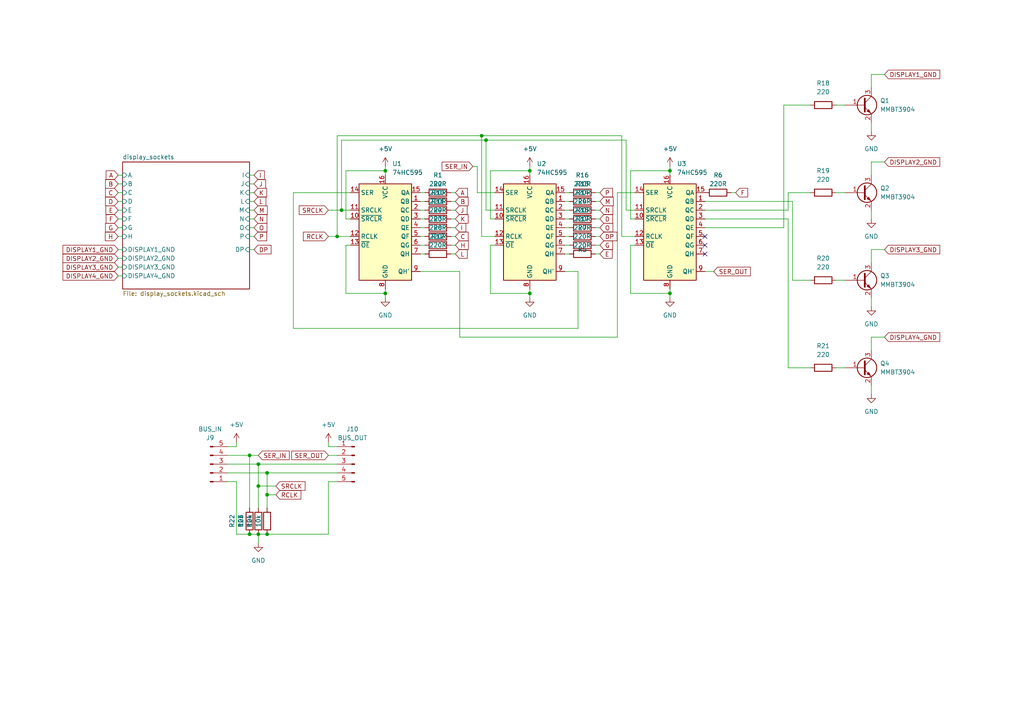
<source format=kicad_sch>
(kicad_sch (version 20230121) (generator eeschema)
  (paper "A4")
  (lib_symbols
    (symbol "74xx:74HC595"
      (property "Reference" "U" (at -7.62 13.97 0))
      (property "Value" "74HC595" (at -7.62 -16.51 0))
      (symbol "74HC595_1_0"
        (pin tri_state line (at 10.16 7.62 180) (length 2.54) (name "QB") (number "1"))
        (pin input line (at -10.16 2.54 0) (length 2.54) (name "~{SRCLR}") (number "10"))
        (pin input line (at -10.16 5.08 0) (length 2.54) (name "SRCLK") (number "11"))
        (pin input line (at -10.16 -2.54 0) (length 2.54) (name "RCLK") (number "12"))
        (pin input line (at -10.16 -5.08 0) (length 2.54) (name "~{OE}") (number "13"))
        (pin input line (at -10.16 10.16 0) (length 2.54) (name "SER") (number "14"))
        (pin tri_state line (at 10.16 10.16 180) (length 2.54) (name "QA") (number "15"))
        (pin power_in line (at 0 15.24 270) (length 2.54) (name "VCC") (number "16"))
        (pin tri_state line (at 10.16 5.08 180) (length 2.54) (name "QC") (number "2"))
        (pin tri_state line (at 10.16 2.54 180) (length 2.54) (name "QD") (number "3"))
        (pin tri_state line (at 10.16 0 180) (length 2.54) (name "QE") (number "4"))
        (pin tri_state line (at 10.16 -2.54 180) (length 2.54) (name "QF") (number "5"))
        (pin tri_state line (at 10.16 -5.08 180) (length 2.54) (name "QG") (number "6"))
        (pin tri_state line (at 10.16 -7.62 180) (length 2.54) (name "QH") (number "7"))
        (pin power_in line (at 0 -17.78 90) (length 2.54) (name "GND") (number "8"))
        (pin output line (at 10.16 -12.7 180) (length 2.54) (name "QH'") (number "9"))
      )
      (symbol "74HC595_1_1"
        (rectangle (start -7.62 12.7) (end 7.62 -15.24) (stroke (width 0.254)) (fill (type background)))
      )
    )
    (symbol "Connector:Conn_01x05_Pin" (pin_names (offset 1.016) hide)
      (property "Reference" "J" (at 0 7.62 0))
      (property "Value" "Conn_01x05_Pin" (at 0 -7.62 0))
      (symbol "Conn_01x05_Pin_1_1"
        (polyline (pts (xy 1.27 -5.08) (xy 0.8636 -5.08)) (stroke (width 0.1524)))
        (polyline (pts (xy 1.27 -2.54) (xy 0.8636 -2.54)) (stroke (width 0.1524)))
        (polyline (pts (xy 1.27 0) (xy 0.8636 0)) (stroke (width 0.1524)))
        (polyline (pts (xy 1.27 2.54) (xy 0.8636 2.54)) (stroke (width 0.1524)))
        (polyline (pts (xy 1.27 5.08) (xy 0.8636 5.08)) (stroke (width 0.1524)))
        (rectangle (start 0.8636 -4.953) (end 0 -5.207) (stroke (width 0.1524)) (fill (type outline)))
        (rectangle (start 0.8636 -2.413) (end 0 -2.667) (stroke (width 0.1524)) (fill (type outline)))
        (rectangle (start 0.8636 0.127) (end 0 -0.127) (stroke (width 0.1524)) (fill (type outline)))
        (rectangle (start 0.8636 2.667) (end 0 2.413) (stroke (width 0.1524)) (fill (type outline)))
        (rectangle (start 0.8636 5.207) (end 0 4.953) (stroke (width 0.1524)) (fill (type outline)))
        (pin passive line (at 5.08 5.08 180) (length 3.81) (name "Pin_1") (number "1"))
        (pin passive line (at 5.08 2.54 180) (length 3.81) (name "Pin_2") (number "2"))
        (pin passive line (at 5.08 0 180) (length 3.81) (name "Pin_3") (number "3"))
        (pin passive line (at 5.08 -2.54 180) (length 3.81) (name "Pin_4") (number "4"))
        (pin passive line (at 5.08 -5.08 180) (length 3.81) (name "Pin_5") (number "5"))
      )
    )
    (symbol "Device:R" (pin_numbers hide) (pin_names (offset 0))
      (property "Reference" "R" (at 2.032 0 90))
      (property "Value" "R" (at 0 0 90))
      (symbol "R_0_1"
        (rectangle (start -1.016 -2.54) (end 1.016 2.54) (stroke (width 0.254)))
      )
      (symbol "R_1_1"
        (pin passive line (at 0 3.81 270) (length 1.27) (name "~") (number "1"))
        (pin passive line (at 0 -3.81 90) (length 1.27) (name "~") (number "2"))
      )
    )
    (symbol "Transistor_BJT:MMBT3904" (pin_names (offset 0) hide)
      (property "Reference" "Q" (at 5.08 1.905 0))
      (property "Value" "MMBT3904" (at 5.08 0 0))
      (symbol "MMBT3904_0_1"
        (polyline (pts (xy 0.635 0.635) (xy 2.54 2.54)))
        (polyline (pts (xy 0.635 -0.635) (xy 2.54 -2.54) (xy 2.54 -2.54)))
        (polyline (pts (xy 0.635 1.905) (xy 0.635 -1.905) (xy 0.635 -1.905)) (stroke (width 0.508)))
        (polyline (pts (xy 1.27 -1.778) (xy 1.778 -1.27) (xy 2.286 -2.286) (xy 1.27 -1.778) (xy 1.27 -1.778)) (fill (type outline)))
        (circle (center 1.27 0) (radius 2.8194) (stroke (width 0.254)))
      )
      (symbol "MMBT3904_1_1"
        (pin input line (at -5.08 0 0) (length 5.715) (name "B") (number "1"))
        (pin passive line (at 2.54 -5.08 90) (length 2.54) (name "E") (number "2"))
        (pin passive line (at 2.54 5.08 270) (length 2.54) (name "C") (number "3"))
      )
    )
    (symbol "power:+5V" (power) (pin_names (offset 0))
      (property "Value" "+5V" (at 0 3.556 0))
      (symbol "+5V_0_1"
        (polyline (pts (xy -0.762 1.27) (xy 0 2.54)))
        (polyline (pts (xy 0 0) (xy 0 2.54)))
        (polyline (pts (xy 0 2.54) (xy 0.762 1.27)))
      )
      (symbol "+5V_1_1"
        (pin power_in line (at 0 0 90) (length 0) hide (name "+5V") (number "1"))
      )
    )
    (symbol "power:GND" (power) (pin_names (offset 0))
      (property "Value" "GND" (at 0 -3.81 0))
      (symbol "GND_0_1"
        (polyline (pts (xy 0 0) (xy 0 -1.27) (xy 1.27 -1.27) (xy 0 -2.54) (xy -1.27 -1.27) (xy 0 -1.27)))
      )
      (symbol "GND_1_1"
        (pin power_in line (at 0 0 270) (length 0) hide (name "GND") (number "1"))
      )
    )
  )
  (junction (at 77.47 143.51))
  (junction (at 74.93 140.97))
  (junction (at 74.93 134.62))
  (junction (at 153.67 85.09))
  (junction (at 111.76 49.53))
  (junction (at 194.31 85.09))
  (junction (at 111.76 85.09))
  (junction (at 74.93 154.94))
  (junction (at 97.79 68.58))
  (junction (at 77.47 154.94))
  (junction (at 72.39 132.08))
  (junction (at 140.97 40.64))
  (junction (at 72.39 154.94))
  (junction (at 99.06 60.96))
  (junction (at 194.31 49.53))
  (junction (at 139.7 39.37))
  (junction (at 77.47 137.16))
  (junction (at 153.67 49.53))
  (no_connect (at 204.47 73.66))
  (no_connect (at 204.47 71.12))
  (no_connect (at 204.47 68.58))
  (wire (pts (xy 121.92 63.5) (xy 123.19 63.5)))
  (wire (pts (xy 74.93 154.94) (xy 77.47 154.94)))
  (wire (pts (xy 142.24 85.09) (xy 153.67 85.09)))
  (wire (pts (xy 66.04 139.7) (xy 68.58 139.7)))
  (wire (pts (xy 163.83 73.66) (xy 165.1 73.66)))
  (wire (pts (xy 204.47 60.96) (xy 228.6 60.96)))
  (wire (pts (xy 35.56 53.34) (xy 34.29 53.34)))
  (wire (pts (xy 172.72 60.96) (xy 173.99 60.96)))
  (wire (pts (xy 227.33 66.04) (xy 227.33 30.48)))
  (wire (pts (xy 153.67 49.53) (xy 153.67 50.8)))
  (wire (pts (xy 163.83 66.04) (xy 165.1 66.04)))
  (wire (pts (xy 182.88 63.5) (xy 182.88 49.53)))
  (wire (pts (xy 77.47 143.51) (xy 77.47 147.32)))
  (wire (pts (xy 121.92 66.04) (xy 123.19 66.04)))
  (wire (pts (xy 172.72 55.88) (xy 173.99 55.88)))
  (wire (pts (xy 163.83 58.42) (xy 165.1 58.42)))
  (wire (pts (xy 172.72 66.04) (xy 173.99 66.04)))
  (wire (pts (xy 130.81 71.12) (xy 132.08 71.12)))
  (wire (pts (xy 72.39 50.8) (xy 73.66 50.8)))
  (wire (pts (xy 77.47 137.16) (xy 97.79 137.16)))
  (wire (pts (xy 95.25 139.7) (xy 95.25 154.94)))
  (wire (pts (xy 172.72 73.66) (xy 173.99 73.66)))
  (wire (pts (xy 74.93 134.62) (xy 97.79 134.62)))
  (wire (pts (xy 252.73 97.79) (xy 252.73 101.6)))
  (wire (pts (xy 95.25 60.96) (xy 99.06 60.96)))
  (wire (pts (xy 101.6 68.58) (xy 97.79 68.58)))
  (wire (pts (xy 111.76 85.09) (xy 111.76 86.36)))
  (wire (pts (xy 184.15 68.58) (xy 180.34 68.58)))
  (wire (pts (xy 77.47 143.51) (xy 80.01 143.51)))
  (wire (pts (xy 142.24 49.53) (xy 153.67 49.53)))
  (wire (pts (xy 143.51 60.96) (xy 140.97 60.96)))
  (wire (pts (xy 121.92 68.58) (xy 123.19 68.58)))
  (wire (pts (xy 172.72 58.42) (xy 173.99 58.42)))
  (wire (pts (xy 229.87 58.42) (xy 204.47 58.42)))
  (wire (pts (xy 229.87 81.28) (xy 229.87 58.42)))
  (wire (pts (xy 35.56 55.88) (xy 34.29 55.88)))
  (wire (pts (xy 153.67 48.26) (xy 153.67 49.53)))
  (wire (pts (xy 95.25 68.58) (xy 97.79 68.58)))
  (wire (pts (xy 194.31 83.82) (xy 194.31 85.09)))
  (wire (pts (xy 95.25 129.54) (xy 97.79 129.54)))
  (wire (pts (xy 138.43 55.88) (xy 143.51 55.88)))
  (wire (pts (xy 35.56 50.8) (xy 34.29 50.8)))
  (wire (pts (xy 252.73 111.76) (xy 252.73 114.3)))
  (wire (pts (xy 242.57 106.68) (xy 245.11 106.68)))
  (wire (pts (xy 77.47 137.16) (xy 77.47 143.51)))
  (wire (pts (xy 68.58 139.7) (xy 68.58 154.94)))
  (wire (pts (xy 204.47 66.04) (xy 227.33 66.04)))
  (wire (pts (xy 95.25 132.08) (xy 97.79 132.08)))
  (wire (pts (xy 179.07 55.88) (xy 184.15 55.88)))
  (wire (pts (xy 101.6 63.5) (xy 100.33 63.5)))
  (wire (pts (xy 97.79 39.37) (xy 139.7 39.37)))
  (wire (pts (xy 72.39 58.42) (xy 73.66 58.42)))
  (wire (pts (xy 99.06 40.64) (xy 99.06 60.96)))
  (wire (pts (xy 228.6 60.96) (xy 228.6 55.88)))
  (wire (pts (xy 234.95 81.28) (xy 229.87 81.28)))
  (wire (pts (xy 142.24 63.5) (xy 142.24 49.53)))
  (wire (pts (xy 242.57 30.48) (xy 245.11 30.48)))
  (wire (pts (xy 121.92 71.12) (xy 123.19 71.12)))
  (wire (pts (xy 74.93 134.62) (xy 74.93 140.97)))
  (wire (pts (xy 179.07 97.79) (xy 179.07 55.88)))
  (wire (pts (xy 140.97 40.64) (xy 99.06 40.64)))
  (wire (pts (xy 130.81 58.42) (xy 132.08 58.42)))
  (wire (pts (xy 66.04 137.16) (xy 77.47 137.16)))
  (wire (pts (xy 184.15 63.5) (xy 182.88 63.5)))
  (wire (pts (xy 142.24 71.12) (xy 142.24 85.09)))
  (wire (pts (xy 121.92 78.74) (xy 133.35 78.74)))
  (wire (pts (xy 139.7 68.58) (xy 143.51 68.58)))
  (wire (pts (xy 252.73 21.59) (xy 252.73 25.4)))
  (wire (pts (xy 111.76 49.53) (xy 111.76 50.8)))
  (wire (pts (xy 130.81 55.88) (xy 132.08 55.88)))
  (wire (pts (xy 182.88 71.12) (xy 182.88 85.09)))
  (wire (pts (xy 100.33 71.12) (xy 100.33 85.09)))
  (wire (pts (xy 133.35 97.79) (xy 179.07 97.79)))
  (wire (pts (xy 72.39 154.94) (xy 74.93 154.94)))
  (wire (pts (xy 242.57 81.28) (xy 245.11 81.28)))
  (wire (pts (xy 182.88 85.09) (xy 194.31 85.09)))
  (wire (pts (xy 85.09 95.25) (xy 85.09 55.88)))
  (wire (pts (xy 172.72 63.5) (xy 173.99 63.5)))
  (wire (pts (xy 100.33 85.09) (xy 111.76 85.09)))
  (wire (pts (xy 163.83 63.5) (xy 165.1 63.5)))
  (wire (pts (xy 139.7 39.37) (xy 139.7 68.58)))
  (wire (pts (xy 143.51 71.12) (xy 142.24 71.12)))
  (wire (pts (xy 130.81 73.66) (xy 132.08 73.66)))
  (wire (pts (xy 140.97 60.96) (xy 140.97 40.64)))
  (wire (pts (xy 172.72 68.58) (xy 173.99 68.58)))
  (wire (pts (xy 34.29 74.93) (xy 35.56 74.93)))
  (wire (pts (xy 68.58 154.94) (xy 72.39 154.94)))
  (wire (pts (xy 72.39 68.58) (xy 73.66 68.58)))
  (wire (pts (xy 72.39 72.39) (xy 73.66 72.39)))
  (wire (pts (xy 130.81 66.04) (xy 132.08 66.04)))
  (wire (pts (xy 163.83 68.58) (xy 165.1 68.58)))
  (wire (pts (xy 72.39 55.88) (xy 73.66 55.88)))
  (wire (pts (xy 172.72 71.12) (xy 173.99 71.12)))
  (wire (pts (xy 85.09 55.88) (xy 101.6 55.88)))
  (wire (pts (xy 182.88 49.53) (xy 194.31 49.53)))
  (wire (pts (xy 99.06 60.96) (xy 101.6 60.96)))
  (wire (pts (xy 35.56 66.04) (xy 34.29 66.04)))
  (wire (pts (xy 72.39 132.08) (xy 74.93 132.08)))
  (wire (pts (xy 34.29 80.01) (xy 35.56 80.01)))
  (wire (pts (xy 153.67 83.82) (xy 153.67 85.09)))
  (wire (pts (xy 130.81 68.58) (xy 132.08 68.58)))
  (wire (pts (xy 111.76 83.82) (xy 111.76 85.09)))
  (wire (pts (xy 111.76 48.26) (xy 111.76 49.53)))
  (wire (pts (xy 256.54 21.59) (xy 252.73 21.59)))
  (wire (pts (xy 74.93 154.94) (xy 74.93 157.48)))
  (wire (pts (xy 167.64 78.74) (xy 167.64 95.25)))
  (wire (pts (xy 72.39 53.34) (xy 73.66 53.34)))
  (wire (pts (xy 100.33 49.53) (xy 111.76 49.53)))
  (wire (pts (xy 66.04 134.62) (xy 74.93 134.62)))
  (wire (pts (xy 35.56 68.58) (xy 34.29 68.58)))
  (wire (pts (xy 72.39 63.5) (xy 73.66 63.5)))
  (wire (pts (xy 130.81 60.96) (xy 132.08 60.96)))
  (wire (pts (xy 74.93 140.97) (xy 74.93 147.32)))
  (wire (pts (xy 95.25 154.94) (xy 77.47 154.94)))
  (wire (pts (xy 35.56 60.96) (xy 34.29 60.96)))
  (wire (pts (xy 180.34 39.37) (xy 139.7 39.37)))
  (wire (pts (xy 234.95 106.68) (xy 228.6 106.68)))
  (wire (pts (xy 35.56 58.42) (xy 34.29 58.42)))
  (wire (pts (xy 163.83 78.74) (xy 167.64 78.74)))
  (wire (pts (xy 252.73 86.36) (xy 252.73 88.9)))
  (wire (pts (xy 256.54 97.79) (xy 252.73 97.79)))
  (wire (pts (xy 228.6 55.88) (xy 234.95 55.88)))
  (wire (pts (xy 95.25 128.27) (xy 95.25 129.54)))
  (wire (pts (xy 204.47 78.74) (xy 207.01 78.74)))
  (wire (pts (xy 133.35 78.74) (xy 133.35 97.79)))
  (wire (pts (xy 66.04 132.08) (xy 72.39 132.08)))
  (wire (pts (xy 228.6 63.5) (xy 204.47 63.5)))
  (wire (pts (xy 72.39 60.96) (xy 73.66 60.96)))
  (wire (pts (xy 35.56 63.5) (xy 34.29 63.5)))
  (wire (pts (xy 121.92 60.96) (xy 123.19 60.96)))
  (wire (pts (xy 121.92 73.66) (xy 123.19 73.66)))
  (wire (pts (xy 138.43 48.26) (xy 138.43 55.88)))
  (wire (pts (xy 184.15 60.96) (xy 181.61 60.96)))
  (wire (pts (xy 121.92 55.88) (xy 123.19 55.88)))
  (wire (pts (xy 163.83 71.12) (xy 165.1 71.12)))
  (wire (pts (xy 66.04 129.54) (xy 68.58 129.54)))
  (wire (pts (xy 252.73 60.96) (xy 252.73 63.5)))
  (wire (pts (xy 101.6 71.12) (xy 100.33 71.12)))
  (wire (pts (xy 163.83 55.88) (xy 165.1 55.88)))
  (wire (pts (xy 143.51 63.5) (xy 142.24 63.5)))
  (wire (pts (xy 163.83 60.96) (xy 165.1 60.96)))
  (wire (pts (xy 121.92 58.42) (xy 123.19 58.42)))
  (wire (pts (xy 181.61 60.96) (xy 181.61 40.64)))
  (wire (pts (xy 97.79 68.58) (xy 97.79 39.37)))
  (wire (pts (xy 137.16 48.26) (xy 138.43 48.26)))
  (wire (pts (xy 252.73 46.99) (xy 252.73 50.8)))
  (wire (pts (xy 72.39 66.04) (xy 73.66 66.04)))
  (wire (pts (xy 130.81 63.5) (xy 132.08 63.5)))
  (wire (pts (xy 72.39 132.08) (xy 72.39 147.32)))
  (wire (pts (xy 256.54 72.39) (xy 252.73 72.39)))
  (wire (pts (xy 167.64 95.25) (xy 85.09 95.25)))
  (wire (pts (xy 227.33 30.48) (xy 234.95 30.48)))
  (wire (pts (xy 181.61 40.64) (xy 140.97 40.64)))
  (wire (pts (xy 252.73 35.56) (xy 252.73 38.1)))
  (wire (pts (xy 100.33 63.5) (xy 100.33 49.53)))
  (wire (pts (xy 34.29 72.39) (xy 35.56 72.39)))
  (wire (pts (xy 212.09 55.88) (xy 213.36 55.88)))
  (wire (pts (xy 228.6 106.68) (xy 228.6 63.5)))
  (wire (pts (xy 242.57 55.88) (xy 245.11 55.88)))
  (wire (pts (xy 95.25 139.7) (xy 97.79 139.7)))
  (wire (pts (xy 68.58 129.54) (xy 68.58 128.27)))
  (wire (pts (xy 34.29 77.47) (xy 35.56 77.47)))
  (wire (pts (xy 180.34 68.58) (xy 180.34 39.37)))
  (wire (pts (xy 194.31 49.53) (xy 194.31 50.8)))
  (wire (pts (xy 153.67 85.09) (xy 153.67 86.36)))
  (wire (pts (xy 252.73 72.39) (xy 252.73 76.2)))
  (wire (pts (xy 194.31 85.09) (xy 194.31 86.36)))
  (wire (pts (xy 194.31 48.26) (xy 194.31 49.53)))
  (wire (pts (xy 256.54 46.99) (xy 252.73 46.99)))
  (wire (pts (xy 184.15 71.12) (xy 182.88 71.12)))
  (wire (pts (xy 74.93 140.97) (xy 80.01 140.97)))
  (global_label "DP" (shape input) (at 173.99 68.58 0) (property "Intersheetrefs" "${INTERSHEET_REFS}" (effects hide)))
  (global_label "L" (shape input) (at 132.08 73.66 0) (property "Intersheetrefs" "${INTERSHEET_REFS}" (effects hide)))
  (global_label "G" (shape input) (at 34.29 66.04 180) (property "Intersheetrefs" "${INTERSHEET_REFS}" (effects hide)))
  (global_label "K" (shape input) (at 132.08 63.5 0) (property "Intersheetrefs" "${INTERSHEET_REFS}" (effects hide)))
  (global_label "I" (shape input) (at 73.66 50.8 0) (property "Intersheetrefs" "${INTERSHEET_REFS}" (effects hide)))
  (global_label "DISPLAY3_GND" (shape input) (at 34.29 77.47 180) (property "Intersheetrefs" "${INTERSHEET_REFS}" (effects hide)))
  (global_label "F" (shape input) (at 34.29 63.5 180) (property "Intersheetrefs" "${INTERSHEET_REFS}" (effects hide)))
  (global_label "N" (shape input) (at 73.66 63.5 0) (property "Intersheetrefs" "${INTERSHEET_REFS}" (effects hide)))
  (global_label "O" (shape input) (at 73.66 66.04 0) (property "Intersheetrefs" "${INTERSHEET_REFS}" (effects hide)))
  (global_label "B" (shape input) (at 34.29 53.34 180) (property "Intersheetrefs" "${INTERSHEET_REFS}" (effects hide)))
  (global_label "C" (shape input) (at 132.08 68.58 0) (property "Intersheetrefs" "${INTERSHEET_REFS}" (effects hide)))
  (global_label "DISPLAY1_GND" (shape input) (at 34.29 72.39 180) (property "Intersheetrefs" "${INTERSHEET_REFS}" (effects hide)))
  (global_label "E" (shape input) (at 173.99 73.66 0) (property "Intersheetrefs" "${INTERSHEET_REFS}" (effects hide)))
  (global_label "B" (shape input) (at 132.08 58.42 0) (property "Intersheetrefs" "${INTERSHEET_REFS}" (effects hide)))
  (global_label "DP" (shape input) (at 73.66 72.39 0) (property "Intersheetrefs" "${INTERSHEET_REFS}" (effects hide)))
  (global_label "H" (shape input) (at 132.08 71.12 0) (property "Intersheetrefs" "${INTERSHEET_REFS}" (effects hide)))
  (global_label "N" (shape input) (at 173.99 60.96 0) (property "Intersheetrefs" "${INTERSHEET_REFS}" (effects hide)))
  (global_label "J" (shape input) (at 132.08 60.96 0) (property "Intersheetrefs" "${INTERSHEET_REFS}" (effects hide)))
  (global_label "G" (shape input) (at 173.99 71.12 0) (property "Intersheetrefs" "${INTERSHEET_REFS}" (effects hide)))
  (global_label "E" (shape input) (at 34.29 60.96 180) (property "Intersheetrefs" "${INTERSHEET_REFS}" (effects hide)))
  (global_label "P" (shape input) (at 73.66 68.58 0) (property "Intersheetrefs" "${INTERSHEET_REFS}" (effects hide)))
  (global_label "D" (shape input) (at 34.29 58.42 180) (property "Intersheetrefs" "${INTERSHEET_REFS}" (effects hide)))
  (global_label "DISPLAY2_GND" (shape input) (at 34.29 74.93 180) (property "Intersheetrefs" "${INTERSHEET_REFS}" (effects hide)))
  (global_label "SER_OUT" (shape input) (at 207.01 78.74 0) (property "Intersheetrefs" "${INTERSHEET_REFS}" (effects hide)))
  (global_label "RCLK" (shape input) (at 95.25 68.58 180) (property "Intersheetrefs" "${INTERSHEET_REFS}" (effects hide)))
  (global_label "I" (shape input) (at 132.08 66.04 0) (property "Intersheetrefs" "${INTERSHEET_REFS}" (effects hide)))
  (global_label "DISPLAY4_GND" (shape input) (at 34.29 80.01 180) (property "Intersheetrefs" "${INTERSHEET_REFS}" (effects hide)))
  (global_label "DISPLAY2_GND" (shape input) (at 256.54 46.99 0) (property "Intersheetrefs" "${INTERSHEET_REFS}" (effects hide)))
  (global_label "D" (shape input) (at 173.99 63.5 0) (property "Intersheetrefs" "${INTERSHEET_REFS}" (effects hide)))
  (global_label "K" (shape input) (at 73.66 55.88 0) (property "Intersheetrefs" "${INTERSHEET_REFS}" (effects hide)))
  (global_label "SRCLK" (shape input) (at 95.25 60.96 180) (property "Intersheetrefs" "${INTERSHEET_REFS}" (effects hide)))
  (global_label "F" (shape input) (at 213.36 55.88 0) (property "Intersheetrefs" "${INTERSHEET_REFS}" (effects hide)))
  (global_label "H" (shape input) (at 34.29 68.58 180) (property "Intersheetrefs" "${INTERSHEET_REFS}" (effects hide)))
  (global_label "A" (shape input) (at 132.08 55.88 0) (property "Intersheetrefs" "${INTERSHEET_REFS}" (effects hide)))
  (global_label "SRCLK" (shape input) (at 80.01 140.97 0) (property "Intersheetrefs" "${INTERSHEET_REFS}" (effects hide)))
  (global_label "DISPLAY1_GND" (shape input) (at 256.54 21.59 0) (property "Intersheetrefs" "${INTERSHEET_REFS}" (effects hide)))
  (global_label "M" (shape input) (at 173.99 58.42 0) (property "Intersheetrefs" "${INTERSHEET_REFS}" (effects hide)))
  (global_label "O" (shape input) (at 173.99 66.04 0) (property "Intersheetrefs" "${INTERSHEET_REFS}" (effects hide)))
  (global_label "C" (shape input) (at 34.29 55.88 180) (property "Intersheetrefs" "${INTERSHEET_REFS}" (effects hide)))
  (global_label "L" (shape input) (at 73.66 58.42 0) (property "Intersheetrefs" "${INTERSHEET_REFS}" (effects hide)))
  (global_label "J" (shape input) (at 73.66 53.34 0) (property "Intersheetrefs" "${INTERSHEET_REFS}" (effects hide)))
  (global_label "M" (shape input) (at 73.66 60.96 0) (property "Intersheetrefs" "${INTERSHEET_REFS}" (effects hide)))
  (global_label "SER_OUT" (shape input) (at 95.25 132.08 180) (property "Intersheetrefs" "${INTERSHEET_REFS}" (effects hide)))
  (global_label "DISPLAY3_GND" (shape input) (at 256.54 72.39 0) (property "Intersheetrefs" "${INTERSHEET_REFS}" (effects hide)))
  (global_label "SER_IN" (shape input) (at 74.93 132.08 0) (property "Intersheetrefs" "${INTERSHEET_REFS}" (effects hide)))
  (global_label "SER_IN" (shape input) (at 137.16 48.26 180) (property "Intersheetrefs" "${INTERSHEET_REFS}" (effects hide)))
  (global_label "RCLK" (shape input) (at 80.01 143.51 0) (property "Intersheetrefs" "${INTERSHEET_REFS}" (effects hide)))
  (global_label "P" (shape input) (at 173.99 55.88 0) (property "Intersheetrefs" "${INTERSHEET_REFS}" (effects hide)))
  (global_label "DISPLAY4_GND" (shape input) (at 256.54 97.79 0) (property "Intersheetrefs" "${INTERSHEET_REFS}" (effects hide)))
  (global_label "A" (shape input) (at 34.29 50.8 180) (property "Intersheetrefs" "${INTERSHEET_REFS}" (effects hide)))
  (symbol (lib_id "Device:R") (at 238.76 106.68 90) (unit 1)
    (property "Reference" "R21" (at 238.76 100.33 90))
    (property "Value" "220" (at 238.76 102.87 90))
    (property "Footprint" "Resistor_SMD:R_0603_1608Metric" (effects hide))
  )
  (symbol (lib_id "Transistor_BJT:MMBT3904") (at 250.19 81.28 0) (unit 1)
    (property "Reference" "Q3" (at 255.27 80.01 0) (effects (justify left)))
    (property "Value" "MMBT3904" (at 255.27 82.55 0) (effects (justify left)))
    (property "Footprint" "Package_TO_SOT_SMD:SOT-23" (effects hide))
    (property "Datasheet" "https://www.onsemi.com/pdf/datasheet/pzt3904-d.pdf" (effects hide))
  )
  (symbol (lib_id "Device:R") (at 127 71.12 90) (unit 1)
    (property "Reference" "R8" (at 127 66.04 90))
    (property "Value" "220R" (at 127 68.58 90))
    (property "Footprint" "Resistor_SMD:R_0603_1608Metric" (effects hide))
  )
  (symbol (lib_id "Device:R") (at 168.91 60.96 90) (unit 1)
    (property "Reference" "R14" (at 168.91 55.88 90))
    (property "Value" "220R" (at 168.91 58.42 90))
    (property "Footprint" "Resistor_SMD:R_0603_1608Metric" (effects hide))
  )
  (symbol (lib_id "power:GND") (at 194.31 86.36 0) (unit 1)
    (property "Reference" "#PWR06" (effects hide))
    (property "Value" "GND" (at 194.31 91.44 0))
  )
  (symbol (lib_id "Transistor_BJT:MMBT3904") (at 250.19 106.68 0) (unit 1)
    (property "Reference" "Q4" (at 255.27 105.41 0) (effects (justify left)))
    (property "Value" "MMBT3904" (at 255.27 107.95 0) (effects (justify left)))
    (property "Footprint" "Package_TO_SOT_SMD:SOT-23" (effects hide))
    (property "Datasheet" "https://www.onsemi.com/pdf/datasheet/pzt3904-d.pdf" (effects hide))
  )
  (symbol (lib_id "Device:R") (at 127 66.04 90) (unit 1)
    (property "Reference" "R9" (at 127 60.96 90))
    (property "Value" "220R" (at 127 63.5 90))
    (property "Footprint" "Resistor_SMD:R_0603_1608Metric" (effects hide))
  )
  (symbol (lib_id "Device:R") (at 127 68.58 90) (unit 1)
    (property "Reference" "R3" (at 127 63.5 90))
    (property "Value" "220R" (at 127 66.04 90))
    (property "Footprint" "Resistor_SMD:R_0603_1608Metric" (effects hide))
  )
  (symbol (lib_id "power:GND") (at 252.73 88.9 0) (unit 1)
    (property "Reference" "#PWR09" (effects hide))
    (property "Value" "GND" (at 252.73 93.98 0))
  )
  (symbol (lib_id "power:GND") (at 252.73 63.5 0) (unit 1)
    (property "Reference" "#PWR08" (effects hide))
    (property "Value" "GND" (at 252.73 68.58 0))
  )
  (symbol (lib_id "Device:R") (at 238.76 30.48 90) (unit 1)
    (property "Reference" "R18" (at 238.76 24.13 90))
    (property "Value" "220" (at 238.76 26.67 90))
    (property "Footprint" "Resistor_SMD:R_0603_1608Metric" (effects hide))
  )
  (symbol (lib_id "power:GND") (at 74.93 157.48 0) (unit 1)
    (property "Reference" "#PWR012" (effects hide))
    (property "Value" "GND" (at 74.93 162.56 0))
  )
  (symbol (lib_id "power:+5V") (at 111.76 48.26 0) (unit 1)
    (property "Reference" "#PWR01" (effects hide))
    (property "Value" "+5V" (at 111.76 43.18 0))
  )
  (symbol (lib_id "Device:R") (at 72.39 151.13 180) (unit 1)
    (property "Reference" "R22" (at 67.31 151.13 90))
    (property "Value" "10k" (at 69.85 151.13 90))
    (property "Footprint" "Resistor_SMD:R_0603_1608Metric" (effects hide))
  )
  (symbol (lib_id "Device:R") (at 208.28 55.88 90) (unit 1)
    (property "Reference" "R6" (at 208.28 50.8 90))
    (property "Value" "220R" (at 208.28 53.34 90))
    (property "Footprint" "Resistor_SMD:R_0603_1608Metric" (effects hide))
  )
  (symbol (lib_id "power:GND") (at 252.73 114.3 0) (unit 1)
    (property "Reference" "#PWR010" (effects hide))
    (property "Value" "GND" (at 252.73 119.38 0))
  )
  (symbol (lib_id "Device:R") (at 127 58.42 90) (unit 1)
    (property "Reference" "R2" (at 127 53.34 90))
    (property "Value" "220R" (at 127 55.88 90))
    (property "Footprint" "Resistor_SMD:R_0603_1608Metric" (effects hide))
  )
  (symbol (lib_id "power:GND") (at 111.76 86.36 0) (unit 1)
    (property "Reference" "#PWR02" (effects hide))
    (property "Value" "GND" (at 111.76 91.44 0))
  )
  (symbol (lib_id "Device:R") (at 77.47 151.13 180) (unit 1)
    (property "Reference" "R24" (at 72.39 151.13 90))
    (property "Value" "10k" (at 74.93 151.13 90))
    (property "Footprint" "Resistor_SMD:R_0603_1608Metric" (effects hide))
  )
  (symbol (lib_id "Device:R") (at 238.76 55.88 90) (unit 1)
    (property "Reference" "R19" (at 238.76 49.53 90))
    (property "Value" "220" (at 238.76 52.07 90))
    (property "Footprint" "Resistor_SMD:R_0603_1608Metric" (effects hide))
  )
  (symbol (lib_id "Device:R") (at 168.91 63.5 90) (unit 1)
    (property "Reference" "R4" (at 168.91 58.42 90))
    (property "Value" "220R" (at 168.91 60.96 90))
    (property "Footprint" "Resistor_SMD:R_0603_1608Metric" (effects hide))
  )
  (symbol (lib_id "power:GND") (at 153.67 86.36 0) (unit 1)
    (property "Reference" "#PWR04" (effects hide))
    (property "Value" "GND" (at 153.67 91.44 0))
  )
  (symbol (lib_id "Connector:Conn_01x05_Pin") (at 102.87 134.62 0) (mirror y) (unit 1)
    (property "Reference" "J10" (at 102.235 124.46 0))
    (property "Value" "BUS_OUT" (at 102.235 127 0))
    (property "Footprint" "CUSTOM_COMPONENTS:PinHeader_01x05_P2.54mm_Horizontal_SMDified" (effects hide))
  )
  (symbol (lib_id "Device:R") (at 238.76 81.28 90) (unit 1)
    (property "Reference" "R20" (at 238.76 74.93 90))
    (property "Value" "220" (at 238.76 77.47 90))
    (property "Footprint" "Resistor_SMD:R_0603_1608Metric" (effects hide))
  )
  (symbol (lib_id "Device:R") (at 168.91 73.66 90) (unit 1)
    (property "Reference" "R5" (at 168.91 72.39 90))
    (property "Value" "220R" (at 168.91 71.12 90))
    (property "Footprint" "Resistor_SMD:R_0603_1608Metric" (effects hide))
  )
  (symbol (lib_id "power:+5V") (at 194.31 48.26 0) (unit 1)
    (property "Reference" "#PWR05" (effects hide))
    (property "Value" "+5V" (at 194.31 43.18 0))
  )
  (symbol (lib_id "Device:R") (at 127 55.88 90) (unit 1)
    (property "Reference" "R1" (at 127 50.8 90))
    (property "Value" "220R" (at 127 53.34 90))
    (property "Footprint" "Resistor_SMD:R_0603_1608Metric" (effects hide))
  )
  (symbol (lib_id "Device:R") (at 168.91 66.04 90) (unit 1)
    (property "Reference" "R15" (at 168.91 60.96 90))
    (property "Value" "220R" (at 168.91 63.5 90))
    (property "Footprint" "Resistor_SMD:R_0603_1608Metric" (effects hide))
  )
  (symbol (lib_id "Device:R") (at 74.93 151.13 180) (unit 1)
    (property "Reference" "R23" (at 69.85 151.13 90))
    (property "Value" "10k" (at 72.39 151.13 90))
    (property "Footprint" "Resistor_SMD:R_0603_1608Metric" (effects hide))
  )
  (symbol (lib_id "74xx:74HC595") (at 111.76 66.04 0) (unit 1)
    (property "Reference" "U1" (at 113.7794 47.498 0) (effects (justify left)))
    (property "Value" "74HC595" (at 113.7794 50.038 0) (effects (justify left)))
    (property "Footprint" "Package_SO:SOIC-16_3.9x9.9mm_P1.27mm" (effects hide))
    (property "Datasheet" "http://www.ti.com/lit/ds/symlink/sn74hc595.pdf" (effects hide))
  )
  (symbol (lib_id "Device:R") (at 127 73.66 90) (unit 1)
    (property "Reference" "R12" (at 127 68.58 90))
    (property "Value" "220R" (at 127 71.12 90))
    (property "Footprint" "Resistor_SMD:R_0603_1608Metric" (effects hide))
  )
  (symbol (lib_id "power:GND") (at 252.73 38.1 0) (unit 1)
    (property "Reference" "#PWR07" (effects hide))
    (property "Value" "GND" (at 252.73 43.18 0))
  )
  (symbol (lib_id "Device:R") (at 168.91 68.58 90) (unit 1)
    (property "Reference" "R17" (at 168.91 63.5 90))
    (property "Value" "220R" (at 168.91 66.04 90))
    (property "Footprint" "Resistor_SMD:R_0603_1608Metric" (effects hide))
  )
  (symbol (lib_id "power:+5V") (at 68.58 128.27 0) (unit 1)
    (property "Reference" "#PWR011" (effects hide))
    (property "Value" "+5V" (at 68.58 123.19 0))
  )
  (symbol (lib_id "power:+5V") (at 153.67 48.26 0) (unit 1)
    (property "Reference" "#PWR03" (effects hide))
    (property "Value" "+5V" (at 153.67 43.18 0))
  )
  (symbol (lib_id "Device:R") (at 127 60.96 90) (unit 1)
    (property "Reference" "R10" (at 127 55.88 90))
    (property "Value" "220R" (at 127 58.42 90))
    (property "Footprint" "Resistor_SMD:R_0603_1608Metric" (effects hide))
  )
  (symbol (lib_id "Device:R") (at 168.91 71.12 90) (unit 1)
    (property "Reference" "R7" (at 168.91 66.04 90))
    (property "Value" "220R" (at 168.91 68.58 90))
    (property "Footprint" "Resistor_SMD:R_0603_1608Metric" (effects hide))
  )
  (symbol (lib_id "Connector:Conn_01x05_Pin") (at 60.96 134.62 0) (mirror x) (unit 1)
    (property "Reference" "J9" (at 60.96 127 0))
    (property "Value" "BUS_IN" (at 60.96 124.46 0))
    (property "Footprint" "CUSTOM_COMPONENTS:PinHeader_01x05_P2.54mm_Horizontal_SMDified" (effects hide))
  )
  (symbol (lib_id "Device:R") (at 168.91 55.88 90) (unit 1)
    (property "Reference" "R16" (at 168.91 50.8 90))
    (property "Value" "220R" (at 168.91 53.34 90))
    (property "Footprint" "Resistor_SMD:R_0603_1608Metric" (effects hide))
  )
  (symbol (lib_id "74xx:74HC595") (at 194.31 66.04 0) (unit 1)
    (property "Reference" "U3" (at 196.3294 47.498 0) (effects (justify left)))
    (property "Value" "74HC595" (at 196.3294 50.038 0) (effects (justify left)))
    (property "Footprint" "Package_SO:SOIC-16_3.9x9.9mm_P1.27mm" (effects hide))
    (property "Datasheet" "http://www.ti.com/lit/ds/symlink/sn74hc595.pdf" (effects hide))
  )
  (symbol (lib_id "74xx:74HC595") (at 153.67 66.04 0) (unit 1)
    (property "Reference" "U2" (at 155.6894 47.498 0) (effects (justify left)))
    (property "Value" "74HC595" (at 155.6894 50.038 0) (effects (justify left)))
    (property "Footprint" "Package_SO:SOIC-16_3.9x9.9mm_P1.27mm" (effects hide))
    (property "Datasheet" "http://www.ti.com/lit/ds/symlink/sn74hc595.pdf" (effects hide))
  )
  (symbol (lib_id "Transistor_BJT:MMBT3904") (at 250.19 55.88 0) (unit 1)
    (property "Reference" "Q2" (at 255.27 54.61 0) (effects (justify left)))
    (property "Value" "MMBT3904" (at 255.27 57.15 0) (effects (justify left)))
    (property "Footprint" "Package_TO_SOT_SMD:SOT-23" (effects hide))
    (property "Datasheet" "https://www.onsemi.com/pdf/datasheet/pzt3904-d.pdf" (effects hide))
  )
  (symbol (lib_id "power:+5V") (at 95.25 128.27 0) (unit 1)
    (property "Reference" "#PWR013" (effects hide))
    (property "Value" "+5V" (at 95.25 123.19 0))
  )
  (symbol (lib_id "Device:R") (at 168.91 58.42 90) (unit 1)
    (property "Reference" "R13" (at 168.91 53.34 90))
    (property "Value" "220R" (at 168.91 55.88 90))
    (property "Footprint" "Resistor_SMD:R_0603_1608Metric" (effects hide))
  )
  (symbol (lib_id "Device:R") (at 127 63.5 90) (unit 1)
    (property "Reference" "R11" (at 127 58.42 90))
    (property "Value" "220R" (at 127 60.96 90))
    (property "Footprint" "Resistor_SMD:R_0603_1608Metric" (effects hide))
  )
  (symbol (lib_id "Transistor_BJT:MMBT3904") (at 250.19 30.48 0) (unit 1)
    (property "Reference" "Q1" (at 255.27 29.21 0) (effects (justify left)))
    (property "Value" "MMBT3904" (at 255.27 31.75 0) (effects (justify left)))
    (property "Footprint" "Package_TO_SOT_SMD:SOT-23" (effects hide))
    (property "Datasheet" "https://www.onsemi.com/pdf/datasheet/pzt3904-d.pdf" (effects hide))
  )
  (sheet (at 35.56 46.99) (size 36.83 36.83) (stroke (width 0.1524))
    (property "Sheetname" "display_sockets" (at 35.56 46.2784 0) (effects (justify left bottom)))
    (property "Sheetfile" "display_sockets.kicad_sch" (at 35.56 84.4046 0) (effects (justify left top)))
    (pin "DP" input (at 72.39 72.39 0))
    (pin "DISPLAY1_GND" input (at 35.56 72.39 180))
    (pin "DISPLAY2_GND" input (at 35.56 74.93 180))
    (pin "DISPLAY3_GND" input (at 35.56 77.47 180))
    (pin "DISPLAY4_GND" input (at 35.56 80.01 180))
    (pin "M" input (at 72.39 60.96 0))
    (pin "O" input (at 72.39 66.04 0))
    (pin "N" input (at 72.39 63.5 0))
    (pin "L" input (at 72.39 58.42 0))
    (pin "P" input (at 72.39 68.58 0))
    (pin "I" input (at 72.39 50.8 0))
    (pin "J" input (at 72.39 53.34 0))
    (pin "K" input (at 72.39 55.88 0))
    (pin "H" input (at 35.56 68.58 180))
    (pin "G" input (at 35.56 66.04 180))
    (pin "E" input (at 35.56 60.96 180))
    (pin "F" input (at 35.56 63.5 180))
    (pin "B" input (at 35.56 53.34 180))
    (pin "C" input (at 35.56 55.88 180))
    (pin "A" input (at 35.56 50.8 180))
    (pin "D" input (at 35.56 58.42 180))
  )
)
</source>
